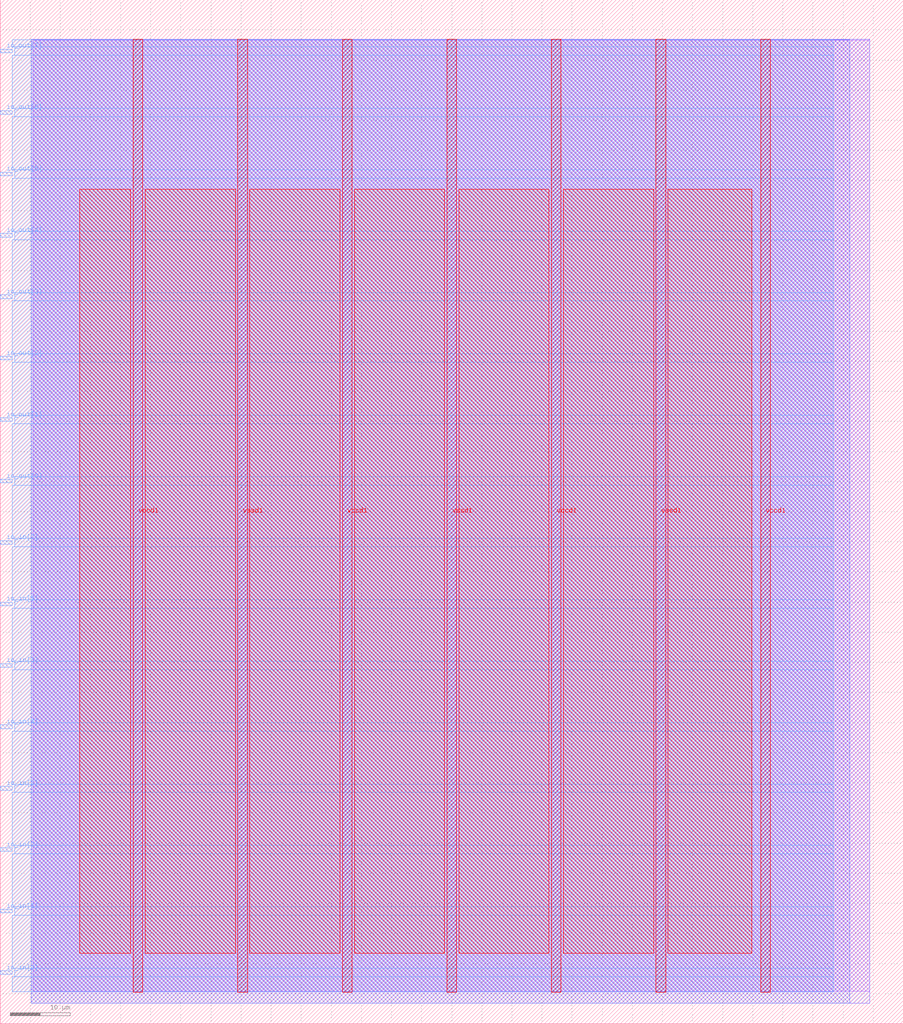
<source format=lef>
VERSION 5.7 ;
  NOWIREEXTENSIONATPIN ON ;
  DIVIDERCHAR "/" ;
  BUSBITCHARS "[]" ;
MACRO tholin_avalonsemi_tbb1143
  CLASS BLOCK ;
  FOREIGN tholin_avalonsemi_tbb1143 ;
  ORIGIN 0.000 0.000 ;
  SIZE 150.000 BY 170.000 ;
  PIN io_in[0]
    DIRECTION INPUT ;
    USE SIGNAL ;
    PORT
      LAYER met3 ;
        RECT 0.000 8.200 2.000 8.800 ;
    END
  END io_in[0]
  PIN io_in[1]
    DIRECTION INPUT ;
    USE SIGNAL ;
    PORT
      LAYER met3 ;
        RECT 0.000 18.400 2.000 19.000 ;
    END
  END io_in[1]
  PIN io_in[2]
    DIRECTION INPUT ;
    USE SIGNAL ;
    PORT
      LAYER met3 ;
        RECT 0.000 28.600 2.000 29.200 ;
    END
  END io_in[2]
  PIN io_in[3]
    DIRECTION INPUT ;
    USE SIGNAL ;
    PORT
      LAYER met3 ;
        RECT 0.000 38.800 2.000 39.400 ;
    END
  END io_in[3]
  PIN io_in[4]
    DIRECTION INPUT ;
    USE SIGNAL ;
    PORT
      LAYER met3 ;
        RECT 0.000 49.000 2.000 49.600 ;
    END
  END io_in[4]
  PIN io_in[5]
    DIRECTION INPUT ;
    USE SIGNAL ;
    PORT
      LAYER met3 ;
        RECT 0.000 59.200 2.000 59.800 ;
    END
  END io_in[5]
  PIN io_in[6]
    DIRECTION INPUT ;
    USE SIGNAL ;
    PORT
      LAYER met3 ;
        RECT 0.000 69.400 2.000 70.000 ;
    END
  END io_in[6]
  PIN io_in[7]
    DIRECTION INPUT ;
    USE SIGNAL ;
    PORT
      LAYER met3 ;
        RECT 0.000 79.600 2.000 80.200 ;
    END
  END io_in[7]
  PIN io_out[0]
    DIRECTION OUTPUT TRISTATE ;
    USE SIGNAL ;
    PORT
      LAYER met3 ;
        RECT 0.000 89.800 2.000 90.400 ;
    END
  END io_out[0]
  PIN io_out[1]
    DIRECTION OUTPUT TRISTATE ;
    USE SIGNAL ;
    PORT
      LAYER met3 ;
        RECT 0.000 100.000 2.000 100.600 ;
    END
  END io_out[1]
  PIN io_out[2]
    DIRECTION OUTPUT TRISTATE ;
    USE SIGNAL ;
    PORT
      LAYER met3 ;
        RECT 0.000 110.200 2.000 110.800 ;
    END
  END io_out[2]
  PIN io_out[3]
    DIRECTION OUTPUT TRISTATE ;
    USE SIGNAL ;
    PORT
      LAYER met3 ;
        RECT 0.000 120.400 2.000 121.000 ;
    END
  END io_out[3]
  PIN io_out[4]
    DIRECTION OUTPUT TRISTATE ;
    USE SIGNAL ;
    PORT
      LAYER met3 ;
        RECT 0.000 130.600 2.000 131.200 ;
    END
  END io_out[4]
  PIN io_out[5]
    DIRECTION OUTPUT TRISTATE ;
    USE SIGNAL ;
    PORT
      LAYER met3 ;
        RECT 0.000 140.800 2.000 141.400 ;
    END
  END io_out[5]
  PIN io_out[6]
    DIRECTION OUTPUT TRISTATE ;
    USE SIGNAL ;
    PORT
      LAYER met3 ;
        RECT 0.000 151.000 2.000 151.600 ;
    END
  END io_out[6]
  PIN io_out[7]
    DIRECTION OUTPUT TRISTATE ;
    USE SIGNAL ;
    PORT
      LAYER met3 ;
        RECT 0.000 161.200 2.000 161.800 ;
    END
  END io_out[7]
  PIN vccd1
    DIRECTION INOUT ;
    USE POWER ;
    PORT
      LAYER met4 ;
        RECT 22.090 5.200 23.690 163.440 ;
    END
    PORT
      LAYER met4 ;
        RECT 56.830 5.200 58.430 163.440 ;
    END
    PORT
      LAYER met4 ;
        RECT 91.570 5.200 93.170 163.440 ;
    END
    PORT
      LAYER met4 ;
        RECT 126.310 5.200 127.910 163.440 ;
    END
  END vccd1
  PIN vssd1
    DIRECTION INOUT ;
    USE GROUND ;
    PORT
      LAYER met4 ;
        RECT 39.460 5.200 41.060 163.440 ;
    END
    PORT
      LAYER met4 ;
        RECT 74.200 5.200 75.800 163.440 ;
    END
    PORT
      LAYER met4 ;
        RECT 108.940 5.200 110.540 163.440 ;
    END
  END vssd1
  OBS
      LAYER li1 ;
        RECT 5.520 5.355 144.440 163.285 ;
      LAYER met1 ;
        RECT 5.130 3.440 144.440 163.440 ;
      LAYER met2 ;
        RECT 5.160 3.410 141.120 163.385 ;
      LAYER met3 ;
        RECT 2.000 162.200 138.395 163.365 ;
        RECT 2.400 160.800 138.395 162.200 ;
        RECT 2.000 152.000 138.395 160.800 ;
        RECT 2.400 150.600 138.395 152.000 ;
        RECT 2.000 141.800 138.395 150.600 ;
        RECT 2.400 140.400 138.395 141.800 ;
        RECT 2.000 131.600 138.395 140.400 ;
        RECT 2.400 130.200 138.395 131.600 ;
        RECT 2.000 121.400 138.395 130.200 ;
        RECT 2.400 120.000 138.395 121.400 ;
        RECT 2.000 111.200 138.395 120.000 ;
        RECT 2.400 109.800 138.395 111.200 ;
        RECT 2.000 101.000 138.395 109.800 ;
        RECT 2.400 99.600 138.395 101.000 ;
        RECT 2.000 90.800 138.395 99.600 ;
        RECT 2.400 89.400 138.395 90.800 ;
        RECT 2.000 80.600 138.395 89.400 ;
        RECT 2.400 79.200 138.395 80.600 ;
        RECT 2.000 70.400 138.395 79.200 ;
        RECT 2.400 69.000 138.395 70.400 ;
        RECT 2.000 60.200 138.395 69.000 ;
        RECT 2.400 58.800 138.395 60.200 ;
        RECT 2.000 50.000 138.395 58.800 ;
        RECT 2.400 48.600 138.395 50.000 ;
        RECT 2.000 39.800 138.395 48.600 ;
        RECT 2.400 38.400 138.395 39.800 ;
        RECT 2.000 29.600 138.395 38.400 ;
        RECT 2.400 28.200 138.395 29.600 ;
        RECT 2.000 19.400 138.395 28.200 ;
        RECT 2.400 18.000 138.395 19.400 ;
        RECT 2.000 9.200 138.395 18.000 ;
        RECT 2.400 7.800 138.395 9.200 ;
        RECT 2.000 5.275 138.395 7.800 ;
      LAYER met4 ;
        RECT 13.175 11.735 21.690 138.545 ;
        RECT 24.090 11.735 39.060 138.545 ;
        RECT 41.460 11.735 56.430 138.545 ;
        RECT 58.830 11.735 73.800 138.545 ;
        RECT 76.200 11.735 91.170 138.545 ;
        RECT 93.570 11.735 108.540 138.545 ;
        RECT 110.940 11.735 124.825 138.545 ;
  END
END tholin_avalonsemi_tbb1143
END LIBRARY


</source>
